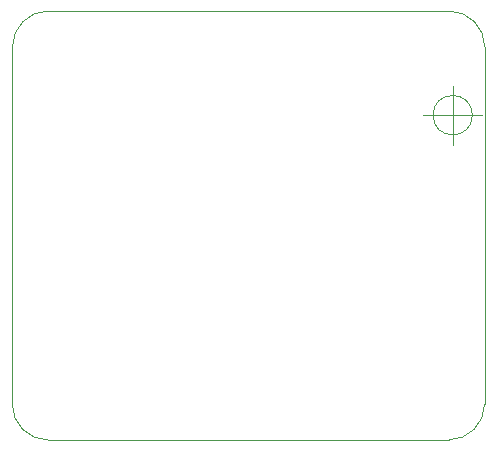
<source format=gbr>
G04 #@! TF.GenerationSoftware,KiCad,Pcbnew,(5.1.5)-3*
G04 #@! TF.CreationDate,2020-11-29T18:23:40-05:00*
G04 #@! TF.ProjectId,Buck_Controle,4275636b-5f43-46f6-9e74-726f6c652e6b,rev?*
G04 #@! TF.SameCoordinates,Original*
G04 #@! TF.FileFunction,Profile,NP*
%FSLAX46Y46*%
G04 Gerber Fmt 4.6, Leading zero omitted, Abs format (unit mm)*
G04 Created by KiCad (PCBNEW (5.1.5)-3) date 2020-11-29 18:23:40*
%MOMM*%
%LPD*%
G04 APERTURE LIST*
%ADD10C,0.050000*%
G04 APERTURE END LIST*
D10*
X233680000Y-66929000D02*
G75*
G02X236728000Y-69977000I0J-3048000D01*
G01*
X236707000Y-100202000D02*
X236728000Y-69977000D01*
X235666666Y-75750000D02*
G75*
G03X235666666Y-75750000I-1666666J0D01*
G01*
X231500000Y-75750000D02*
X236500000Y-75750000D01*
X234000000Y-73250000D02*
X234000000Y-78250000D01*
X233659000Y-103250000D02*
X199750000Y-103250000D01*
X199771000Y-66929000D02*
X233680000Y-66929000D01*
X236707000Y-100202000D02*
G75*
G02X233659000Y-103250000I-3048000J0D01*
G01*
X196702000Y-100202000D02*
X196723000Y-69977000D01*
X199750000Y-103250000D02*
G75*
G02X196702000Y-100202000I0J3048000D01*
G01*
X196723000Y-69977000D02*
G75*
G02X199771000Y-66929000I3048000J0D01*
G01*
M02*

</source>
